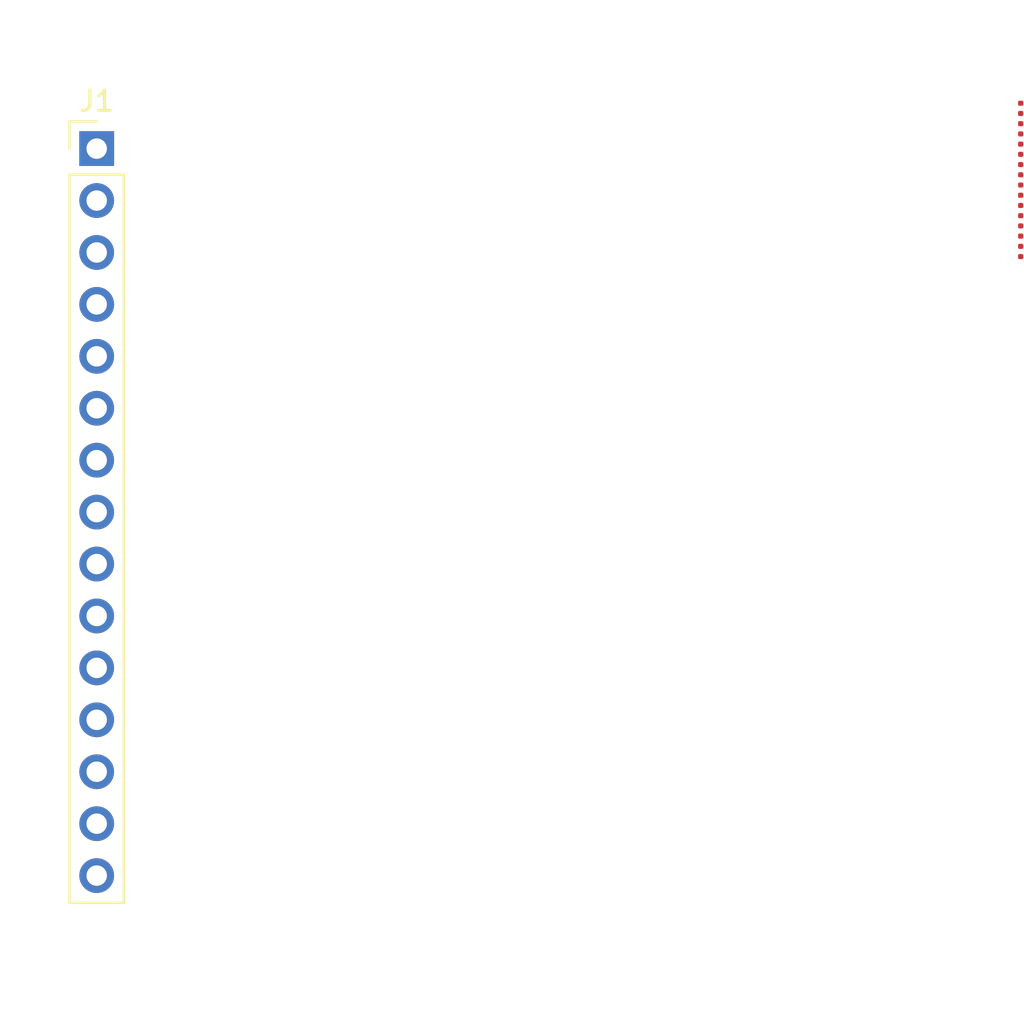
<source format=kicad_pcb>
(kicad_pcb (version 20211014) (generator pcbnew)
  (layers (0 "F.Cu" signal) (31 "B.Cu" signal) (34 "B.Paste" user) (35 "F.Paste" user) (36 "B.SilkS" user "B.Silkscreen") (37 "F.SilkS" user "F.Silkscreen") (38 "B.Mask" user) (39 "F.Mask" user) (44 "Edge.Cuts" user))
  (net 0 "")
  (net 1 "GND")
  (net 2 "01DADB&$*")
  (footprint "oomlout_OOMP_modules:MODULE-CONN-DADB-PI16-01" (layer "F.Cu") (at 24.75 -20)
    (fp_text reference "U1" hide)
    (fp_text value "MODULE-CONN-DADB-PI16-01" hide)
    (pad "1" smd roundrect (at 0.125 0) (size 0.25 0.25) (layers "F.Cu" "F.Paste" "F.Mask") (net 2 "01DADB&$*"))
    (pad "2" smd roundrect (at 0.125 0.5) (size 0.25 0.25) (layers "F.Cu" "F.Paste" "F.Mask") (net 2 "01DADB&$*"))
    (pad "3" smd roundrect (at 0.125 1) (size 0.25 0.25) (layers "F.Cu" "F.Paste" "F.Mask") (net 2 "01DADB&$*"))
    (pad "4" smd roundrect (at 0.125 1.5) (size 0.25 0.25) (layers "F.Cu" "F.Paste" "F.Mask") (net 2 "01DADB&$*"))
    (pad "5" smd roundrect (at 0.125 2) (size 0.25 0.25) (layers "F.Cu" "F.Paste" "F.Mask") (net 2 "01DADB&$*"))
    (pad "6" smd roundrect (at 0.125 2.5) (size 0.25 0.25) (layers "F.Cu" "F.Paste" "F.Mask") (net 2 "01DADB&$*"))
    (pad "7" smd roundrect (at 0.125 3) (size 0.25 0.25) (layers "F.Cu" "F.Paste" "F.Mask") (net 2 "01DADB&$*"))
    (pad "8" smd roundrect (at 0.125 3.5) (size 0.25 0.25) (layers "F.Cu" "F.Paste" "F.Mask") (net 2 "01DADB&$*"))
    (pad "9" smd roundrect (at 0.125 4) (size 0.25 0.25) (layers "F.Cu" "F.Paste" "F.Mask") (net 2 "01DADB&$*"))
    (pad "10" smd roundrect (at 0.125 4.5) (size 0.25 0.25) (layers "F.Cu" "F.Paste" "F.Mask") (net 2 "01DADB&$*"))
    (pad "11" smd roundrect (at 0.125 5) (size 0.25 0.25) (layers "F.Cu" "F.Paste" "F.Mask") (net 2 "01DADB&$*"))
    (pad "12" smd roundrect (at 0.125 5.5) (size 0.25 0.25) (layers "F.Cu" "F.Paste" "F.Mask") (net 2 "01DADB&$*"))
    (pad "13" smd roundrect (at 0.125 6) (size 0.25 0.25) (layers "F.Cu" "F.Paste" "F.Mask") (net 2 "01DADB&$*"))
    (pad "14" smd roundrect (at 0.125 6.5) (size 0.25 0.25) (layers "F.Cu" "F.Paste" "F.Mask") (net 2 "01DADB&$*"))
    (pad "15" smd roundrect (at 0.125 7) (size 0.25 0.25) (layers "F.Cu" "F.Paste" "F.Mask") (net 2 "01DADB&$*"))
    (pad "16" smd roundrect (at 0.125 7.5) (size 0.25 0.25) (layers "F.Cu" "F.Paste" "F.Mask") (net 2 "01DADB&$*"))
  )
  (footprint "Connector_PinHeader_2.54mm:PinHeader_1x15_P2.54mm_Vertical" (layer "F.Cu") (at -20.32 -17.78)
    (fp_text reference "J1" (at 0 -2.33) (layer "F.SilkS"))
    (fp_text value "Conn_01x15")
    (fp_line (start -1.33 1.27) (end 1.33 1.27) (layer "F.SilkS") (width 0.12))
    (fp_line (start -1.33 0) (end -1.33 -1.33) (layer "F.SilkS") (width 0.12))
    (fp_line (start -1.33 36.89) (end 1.33 36.89) (layer "F.SilkS") (width 0.12))
    (fp_line (start -1.33 1.27) (end -1.33 36.89) (layer "F.SilkS") (width 0.12))
    (fp_line (start 1.33 1.27) (end 1.33 36.89) (layer "F.SilkS") (width 0.12))
    (fp_line (start -1.33 -1.33) (end 0 -1.33) (layer "F.SilkS") (width 0.12))
    (pad "1" thru_hole rect (at 0 0) (size 1.7 1.7) (drill 1) (layers *.Cu *.Mask) (net 1 "GND"))
    (pad "2" thru_hole oval (at 0 2.54) (size 1.7 1.7) (drill 1) (layers *.Cu *.Mask) (net 2 "01DADB&$*"))
    (pad "3" thru_hole oval (at 0 5.08) (size 1.7 1.7) (drill 1) (layers *.Cu *.Mask) (net 2 "01DADB&$*"))
    (pad "4" thru_hole oval (at 0 7.62) (size 1.7 1.7) (drill 1) (layers *.Cu *.Mask) (net 2 "01DADB&$*"))
    (pad "5" thru_hole oval (at 0 10.16) (size 1.7 1.7) (drill 1) (layers *.Cu *.Mask) (net 2 "01DADB&$*"))
    (pad "6" thru_hole oval (at 0 12.7) (size 1.7 1.7) (drill 1) (layers *.Cu *.Mask) (net 2 "01DADB&$*"))
    (pad "7" thru_hole oval (at 0 15.24) (size 1.7 1.7) (drill 1) (layers *.Cu *.Mask) (net 2 "01DADB&$*"))
    (pad "8" thru_hole oval (at 0 17.78) (size 1.7 1.7) (drill 1) (layers *.Cu *.Mask) (net 2 "01DADB&$*"))
    (pad "9" thru_hole oval (at 0 20.32) (size 1.7 1.7) (drill 1) (layers *.Cu *.Mask) (net 2 "01DADB&$*"))
    (pad "10" thru_hole oval (at 0 22.86) (size 1.7 1.7) (drill 1) (layers *.Cu *.Mask) (net 2 "01DADB&$*"))
    (pad "11" thru_hole oval (at 0 25.4) (size 1.7 1.7) (drill 1) (layers *.Cu *.Mask) (net 2 "01DADB&$*"))
    (pad "12" thru_hole oval (at 0 27.94) (size 1.7 1.7) (drill 1) (layers *.Cu *.Mask) (net 2 "01DADB&$*"))
    (pad "13" thru_hole oval (at 0 30.48) (size 1.7 1.7) (drill 1) (layers *.Cu *.Mask) (net 2 "01DADB&$*"))
    (pad "14" thru_hole oval (at 0 33.02) (size 1.7 1.7) (drill 1) (layers *.Cu *.Mask) (net 2 "01DADB&$*"))
    (pad "15" thru_hole oval (at 0 35.56) (size 1.7 1.7) (drill 1) (layers *.Cu *.Mask) (net 2 "01DADB&$*"))
  )
)
</source>
